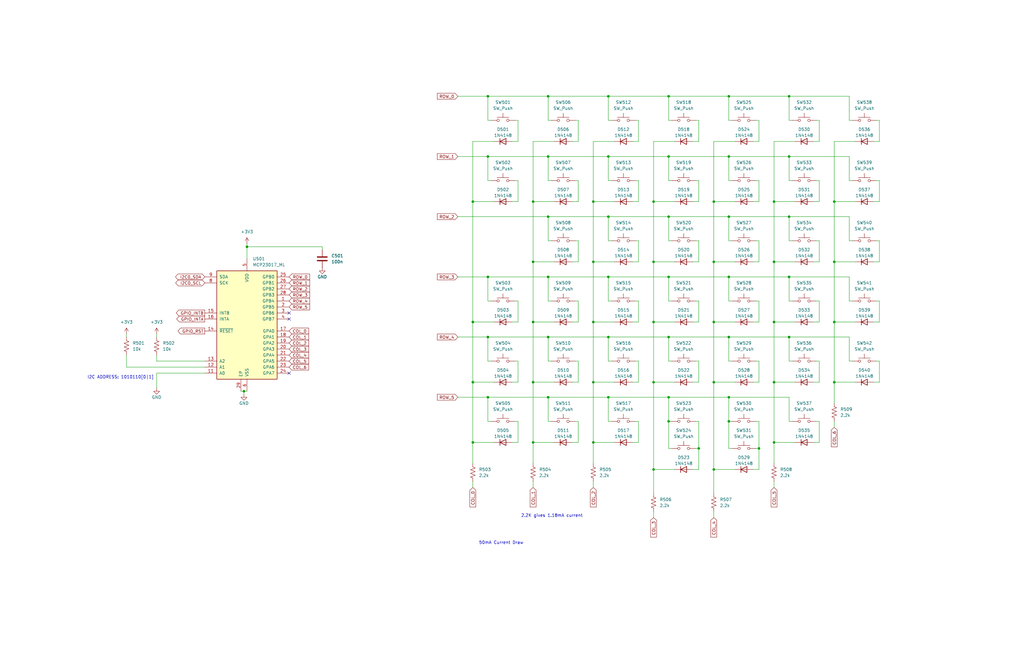
<source format=kicad_sch>
(kicad_sch (version 20230121) (generator eeschema)
  (paper "USLedger")
  (title_block (title "ErgoDUE") (date "2024-01-15") (rev "V0.1") (company "Alessandro Rizzoni") (comment 1 "SCHEMATIC") (comment 2 "DRAFT") (comment 3 "AIR"))
  (lib_symbols
    (symbol "Device:C" (pin_numbers hide) (pin_names (offset 0.254))
      (property "Reference" "C" (at 0.635 2.54 0))
      (property "Value" "C" (at 0.635 -2.54 0))
      (symbol "C_0_1"
        (polyline (pts (xy -2.032 -0.762) (xy 2.032 -0.762)) (stroke (width 0.508)))
        (polyline (pts (xy -2.032 0.762) (xy 2.032 0.762)) (stroke (width 0.508)))
      )
      (symbol "C_1_1"
        (pin passive line (at 0 3.81 270) (length 2.794) (name "~") (number "1"))
        (pin passive line (at 0 -3.81 90) (length 2.794) (name "~") (number "2"))
      )
    )
    (symbol "Device:D" (pin_numbers hide) (pin_names (offset 1.016) hide)
      (property "Reference" "D" (at 0 2.54 0))
      (property "Value" "D" (at 0 -2.54 0))
      (symbol "D_0_1"
        (polyline (pts (xy -1.27 1.27) (xy -1.27 -1.27)) (stroke (width 0.254)))
        (polyline (pts (xy 1.27 0) (xy -1.27 0)))
        (polyline (pts (xy 1.27 1.27) (xy 1.27 -1.27) (xy -1.27 0) (xy 1.27 1.27)) (stroke (width 0.254)))
      )
      (symbol "D_1_1"
        (pin passive line (at -3.81 0 0) (length 2.54) (name "K") (number "1"))
        (pin passive line (at 3.81 0 180) (length 2.54) (name "A") (number "2"))
      )
    )
    (symbol "Device:R_US" (pin_numbers hide) (pin_names (offset 0))
      (property "Reference" "R" (at 2.54 0 90))
      (property "Value" "R_US" (at -2.54 0 90))
      (symbol "R_US_0_1"
        (polyline (pts (xy 0 -2.286) (xy 0 -2.54)))
        (polyline (pts (xy 0 2.286) (xy 0 2.54)))
        (polyline (pts (xy 0 -0.762) (xy 1.016 -1.143) (xy 0 -1.524) (xy -1.016 -1.905) (xy 0 -2.286)))
        (polyline (pts (xy 0 0.762) (xy 1.016 0.381) (xy 0 0) (xy -1.016 -0.381) (xy 0 -0.762)))
        (polyline (pts (xy 0 2.286) (xy 1.016 1.905) (xy 0 1.524) (xy -1.016 1.143) (xy 0 0.762)))
      )
      (symbol "R_US_1_1"
        (pin passive line (at 0 3.81 270) (length 1.27) (name "~") (number "1"))
        (pin passive line (at 0 -3.81 90) (length 1.27) (name "~") (number "2"))
      )
    )
    (symbol "Interface_Expansion:MCP23017_ML" (pin_names (offset 1.016))
      (property "Reference" "U" (at -11.43 24.13 0))
      (property "Value" "MCP23017_ML" (at 0 0 0))
      (symbol "MCP23017_ML_0_1"
        (rectangle (start -12.7 22.86) (end 12.7 -22.86) (stroke (width 0.254)) (fill (type background)))
      )
      (symbol "MCP23017_ML_1_1"
        (pin bidirectional line (at 17.78 10.16 180) (length 5.08) (name "GPB4") (number "1"))
        (pin no_connect line (at -12.7 12.7 0) (length 5.08) hide (name "NC") (number "10"))
        (pin input line (at -17.78 -20.32 0) (length 5.08) (name "A0") (number "11"))
        (pin input line (at -17.78 -17.78 0) (length 5.08) (name "A1") (number "12"))
        (pin input line (at -17.78 -15.24 0) (length 5.08) (name "A2") (number "13"))
        (pin input line (at -17.78 -2.54 0) (length 5.08) (name "~{RESET}") (number "14"))
        (pin tri_state line (at -17.78 5.08 0) (length 5.08) (name "INTB") (number "15"))
        (pin tri_state line (at -17.78 2.54 0) (length 5.08) (name "INTA") (number "16"))
        (pin bidirectional line (at 17.78 -2.54 180) (length 5.08) (name "GPA0") (number "17"))
        (pin bidirectional line (at 17.78 -5.08 180) (length 5.08) (name "GPA1") (number "18"))
        (pin bidirectional line (at 17.78 -7.62 180) (length 5.08) (name "GPA2") (number "19"))
        (pin bidirectional line (at 17.78 7.62 180) (length 5.08) (name "GPB5") (number "2"))
        (pin bidirectional line (at 17.78 -10.16 180) (length 5.08) (name "GPA3") (number "20"))
        (pin bidirectional line (at 17.78 -12.7 180) (length 5.08) (name "GPA4") (number "21"))
        (pin bidirectional line (at 17.78 -15.24 180) (length 5.08) (name "GPA5") (number "22"))
        (pin bidirectional line (at 17.78 -17.78 180) (length 5.08) (name "GPA6") (number "23"))
        (pin bidirectional line (at 17.78 -20.32 180) (length 5.08) (name "GPA7") (number "24"))
        (pin bidirectional line (at 17.78 20.32 180) (length 5.08) (name "GPB0") (number "25"))
        (pin bidirectional line (at 17.78 17.78 180) (length 5.08) (name "GPB1") (number "26"))
        (pin bidirectional line (at 17.78 15.24 180) (length 5.08) (name "GPB2") (number "27"))
        (pin bidirectional line (at 17.78 12.7 180) (length 5.08) (name "GPB3") (number "28"))
        (pin passive line (at -2.54 -27.94 90) (length 5.08) (name "EP") (number "29"))
        (pin bidirectional line (at 17.78 5.08 180) (length 5.08) (name "GPB6") (number "3"))
        (pin bidirectional line (at 17.78 2.54 180) (length 5.08) (name "GPB7") (number "4"))
        (pin power_in line (at 0 27.94 270) (length 5.08) (name "VDD") (number "5"))
        (pin power_in line (at 0 -27.94 90) (length 5.08) (name "VSS") (number "6"))
        (pin no_connect line (at -12.7 15.24 0) (length 5.08) hide (name "NC") (number "7"))
        (pin input line (at -17.78 17.78 0) (length 5.08) (name "SCK") (number "8"))
        (pin bidirectional line (at -17.78 20.32 0) (length 5.08) (name "SDA") (number "9"))
      )
    )
    (symbol "Switch:SW_Push" (pin_numbers hide) (pin_names (offset 1.016) hide)
      (property "Reference" "SW" (at 1.27 2.54 0))
      (property "Value" "SW_Push" (at 0 -1.524 0))
      (symbol "SW_Push_0_1"
        (circle (center -2.032 0) (radius 0.508))
        (polyline (pts (xy 0 1.27) (xy 0 3.048)))
        (polyline (pts (xy 2.54 1.27) (xy -2.54 1.27)))
        (circle (center 2.032 0) (radius 0.508))
        (pin passive line (at -5.08 0 0) (length 2.54) (name "1") (number "1"))
        (pin passive line (at 5.08 0 180) (length 2.54) (name "2") (number "2"))
      )
    )
    (symbol "power:+3V3" (power) (pin_names (offset 0))
      (property "Value" "+3V3" (at 0 3.556 0))
      (symbol "+3V3_0_1"
        (polyline (pts (xy -0.762 1.27) (xy 0 2.54)))
        (polyline (pts (xy 0 0) (xy 0 2.54)))
        (polyline (pts (xy 0 2.54) (xy 0.762 1.27)))
      )
      (symbol "+3V3_1_1"
        (pin power_in line (at 0 0 90) (length 0) hide (name "+3V3") (number "1"))
      )
    )
    (symbol "power:GND" (power) (pin_names (offset 0))
      (property "Value" "GND" (at 0 -3.81 0))
      (symbol "GND_0_1"
        (polyline (pts (xy 0 0) (xy 0 -1.27) (xy 1.27 -1.27) (xy 0 -2.54) (xy -1.27 -1.27) (xy 0 -1.27)))
      )
      (symbol "GND_1_1"
        (pin power_in line (at 0 0 270) (length 0) hide (name "GND") (number "1"))
      )
    )
  )
  (junction (at 326.39 186.69))
  (junction (at 104.14 104.14))
  (junction (at 199.39 135.89))
  (junction (at 205.74 142.24))
  (junction (at 332.74 142.24))
  (junction (at 224.79 135.89))
  (junction (at 231.14 116.84))
  (junction (at 224.79 161.29))
  (junction (at 250.19 110.49))
  (junction (at 281.94 66.04))
  (junction (at 300.99 135.89))
  (junction (at 199.39 186.69))
  (junction (at 205.74 167.64))
  (junction (at 300.99 85.09))
  (junction (at 351.79 85.09))
  (junction (at 332.74 66.04))
  (junction (at 320.04 189.23))
  (junction (at 205.74 116.84))
  (junction (at 307.34 91.44))
  (junction (at 307.34 40.64))
  (junction (at 205.74 66.04))
  (junction (at 326.39 110.49))
  (junction (at 224.79 85.09))
  (junction (at 307.34 177.8))
  (junction (at 224.79 186.69))
  (junction (at 326.39 135.89))
  (junction (at 307.34 66.04))
  (junction (at 275.59 161.29))
  (junction (at 231.14 167.64))
  (junction (at 231.14 91.44))
  (junction (at 199.39 85.09))
  (junction (at 332.74 40.64))
  (junction (at 102.87 165.1))
  (junction (at 281.94 40.64))
  (junction (at 332.74 116.84))
  (junction (at 326.39 161.29))
  (junction (at 307.34 116.84))
  (junction (at 307.34 167.64))
  (junction (at 250.19 161.29))
  (junction (at 281.94 91.44))
  (junction (at 351.79 110.49))
  (junction (at 231.14 142.24))
  (junction (at 256.54 66.04))
  (junction (at 281.94 167.64))
  (junction (at 256.54 167.64))
  (junction (at 281.94 142.24))
  (junction (at 300.99 110.49))
  (junction (at 326.39 85.09))
  (junction (at 281.94 116.84))
  (junction (at 307.34 142.24))
  (junction (at 256.54 40.64))
  (junction (at 351.79 161.29))
  (junction (at 300.99 198.12))
  (junction (at 256.54 116.84))
  (junction (at 300.99 161.29))
  (junction (at 281.94 177.8))
  (junction (at 275.59 110.49))
  (junction (at 332.74 91.44))
  (junction (at 294.64 189.23))
  (junction (at 275.59 198.12))
  (junction (at 224.79 110.49))
  (junction (at 250.19 186.69))
  (junction (at 250.19 135.89))
  (junction (at 205.74 40.64))
  (junction (at 275.59 135.89))
  (junction (at 256.54 91.44))
  (junction (at 275.59 85.09))
  (junction (at 231.14 40.64))
  (junction (at 231.14 66.04))
  (junction (at 256.54 142.24))
  (junction (at 199.39 161.29))
  (junction (at 351.79 135.89))
  (junction (at 250.19 85.09))
  (no_connect (at 121.92 157.48))
  (no_connect (at 121.92 132.08))
  (no_connect (at 121.92 134.62))
  (wire (pts (xy 281.94 76.2) (xy 283.21 76.2)))
  (wire (pts (xy 199.39 203.2) (xy 199.39 205.74)))
  (wire (pts (xy 369.57 76.2) (xy 370.84 76.2)))
  (wire (pts (xy 205.74 177.8) (xy 207.01 177.8)))
  (wire (pts (xy 345.44 76.2) (xy 345.44 85.09)))
  (wire (pts (xy 326.39 186.69) (xy 335.28 186.69)))
  (wire (pts (xy 199.39 59.69) (xy 208.28 59.69)))
  (wire (pts (xy 326.39 59.69) (xy 335.28 59.69)))
  (wire (pts (xy 267.97 76.2) (xy 269.24 76.2)))
  (wire (pts (xy 358.14 101.6) (xy 359.41 101.6)))
  (wire (pts (xy 332.74 101.6) (xy 334.01 101.6)))
  (wire (pts (xy 224.79 135.89) (xy 224.79 161.29)))
  (wire (pts (xy 351.79 59.69) (xy 351.79 85.09)))
  (wire (pts (xy 224.79 186.69) (xy 224.79 195.58)))
  (wire (pts (xy 307.34 50.8) (xy 308.61 50.8)))
  (wire (pts (xy 351.79 59.69) (xy 360.68 59.69)))
  (wire (pts (xy 318.77 152.4) (xy 320.04 152.4)))
  (wire (pts (xy 243.84 135.89) (xy 241.3 135.89)))
  (wire (pts (xy 231.14 167.64) (xy 256.54 167.64)))
  (wire (pts (xy 275.59 85.09) (xy 284.48 85.09)))
  (wire (pts (xy 205.74 167.64) (xy 231.14 167.64)))
  (wire (pts (xy 53.34 149.86) (xy 53.34 154.94)))
  (wire (pts (xy 269.24 152.4) (xy 269.24 161.29)))
  (wire (pts (xy 256.54 177.8) (xy 257.81 177.8)))
  (wire (pts (xy 344.17 177.8) (xy 345.44 177.8)))
  (wire (pts (xy 300.99 198.12) (xy 300.99 208.28)))
  (wire (pts (xy 358.14 50.8) (xy 359.41 50.8)))
  (wire (pts (xy 199.39 85.09) (xy 199.39 135.89)))
  (wire (pts (xy 275.59 215.9) (xy 275.59 218.44)))
  (wire (pts (xy 370.84 50.8) (xy 370.84 59.69)))
  (wire (pts (xy 86.36 157.48) (xy 66.04 157.48)))
  (wire (pts (xy 231.14 66.04) (xy 231.14 76.2)))
  (wire (pts (xy 351.79 177.8) (xy 351.79 180.34)))
  (wire (pts (xy 307.34 40.64) (xy 307.34 50.8)))
  (wire (pts (xy 242.57 177.8) (xy 243.84 177.8)))
  (wire (pts (xy 358.14 66.04) (xy 358.14 76.2)))
  (wire (pts (xy 294.64 152.4) (xy 294.64 161.29)))
  (wire (pts (xy 294.64 189.23) (xy 294.64 198.12)))
  (wire (pts (xy 275.59 85.09) (xy 275.59 110.49)))
  (wire (pts (xy 275.59 161.29) (xy 284.48 161.29)))
  (wire (pts (xy 332.74 167.64) (xy 332.74 177.8)))
  (wire (pts (xy 344.17 101.6) (xy 345.44 101.6)))
  (wire (pts (xy 224.79 110.49) (xy 224.79 135.89)))
  (wire (pts (xy 102.87 165.1) (xy 104.14 165.1)))
  (wire (pts (xy 318.77 127) (xy 320.04 127)))
  (wire (pts (xy 250.19 135.89) (xy 259.08 135.89)))
  (wire (pts (xy 267.97 177.8) (xy 269.24 177.8)))
  (wire (pts (xy 300.99 161.29) (xy 300.99 198.12)))
  (wire (pts (xy 102.87 165.1) (xy 101.6 165.1)))
  (wire (pts (xy 294.64 161.29) (xy 292.1 161.29)))
  (wire (pts (xy 224.79 110.49) (xy 233.68 110.49)))
  (wire (pts (xy 199.39 135.89) (xy 199.39 161.29)))
  (wire (pts (xy 217.17 177.8) (xy 218.44 177.8)))
  (wire (pts (xy 370.84 127) (xy 370.84 135.89)))
  (wire (pts (xy 300.99 198.12) (xy 309.88 198.12)))
  (wire (pts (xy 256.54 91.44) (xy 256.54 101.6)))
  (wire (pts (xy 358.14 127) (xy 359.41 127)))
  (wire (pts (xy 326.39 85.09) (xy 326.39 110.49)))
  (wire (pts (xy 218.44 161.29) (xy 215.9 161.29)))
  (wire (pts (xy 256.54 101.6) (xy 257.81 101.6)))
  (wire (pts (xy 326.39 186.69) (xy 326.39 195.58)))
  (wire (pts (xy 358.14 152.4) (xy 359.41 152.4)))
  (wire (pts (xy 250.19 161.29) (xy 250.19 186.69)))
  (wire (pts (xy 370.84 76.2) (xy 370.84 85.09)))
  (wire (pts (xy 231.14 40.64) (xy 256.54 40.64)))
  (wire (pts (xy 293.37 189.23) (xy 294.64 189.23)))
  (wire (pts (xy 281.94 40.64) (xy 307.34 40.64)))
  (wire (pts (xy 358.14 116.84) (xy 358.14 127)))
  (wire (pts (xy 307.34 167.64) (xy 307.34 177.8)))
  (wire (pts (xy 269.24 177.8) (xy 269.24 186.69)))
  (wire (pts (xy 320.04 161.29) (xy 317.5 161.29)))
  (wire (pts (xy 351.79 161.29) (xy 351.79 170.18)))
  (wire (pts (xy 281.94 91.44) (xy 281.94 101.6)))
  (wire (pts (xy 275.59 198.12) (xy 284.48 198.12)))
  (wire (pts (xy 370.84 161.29) (xy 368.3 161.29)))
  (wire (pts (xy 345.44 50.8) (xy 345.44 59.69)))
  (wire (pts (xy 332.74 50.8) (xy 334.01 50.8)))
  (wire (pts (xy 300.99 59.69) (xy 309.88 59.69)))
  (wire (pts (xy 231.14 101.6) (xy 232.41 101.6)))
  (wire (pts (xy 275.59 110.49) (xy 275.59 135.89)))
  (wire (pts (xy 224.79 203.2) (xy 224.79 205.74)))
  (wire (pts (xy 332.74 142.24) (xy 332.74 152.4)))
  (wire (pts (xy 320.04 135.89) (xy 317.5 135.89)))
  (wire (pts (xy 193.04 66.04) (xy 205.74 66.04)))
  (wire (pts (xy 86.36 154.94) (xy 53.34 154.94)))
  (wire (pts (xy 275.59 59.69) (xy 284.48 59.69)))
  (wire (pts (xy 256.54 116.84) (xy 281.94 116.84)))
  (wire (pts (xy 320.04 76.2) (xy 320.04 85.09)))
  (wire (pts (xy 281.94 167.64) (xy 307.34 167.64)))
  (wire (pts (xy 307.34 76.2) (xy 308.61 76.2)))
  (wire (pts (xy 205.74 142.24) (xy 231.14 142.24)))
  (wire (pts (xy 294.64 110.49) (xy 292.1 110.49)))
  (wire (pts (xy 275.59 135.89) (xy 275.59 161.29)))
  (wire (pts (xy 135.89 104.14) (xy 135.89 105.41)))
  (wire (pts (xy 332.74 40.64) (xy 332.74 50.8)))
  (wire (pts (xy 205.74 50.8) (xy 207.01 50.8)))
  (wire (pts (xy 370.84 59.69) (xy 368.3 59.69)))
  (wire (pts (xy 358.14 40.64) (xy 358.14 50.8)))
  (wire (pts (xy 281.94 142.24) (xy 281.94 152.4)))
  (wire (pts (xy 275.59 161.29) (xy 275.59 198.12)))
  (wire (pts (xy 250.19 161.29) (xy 259.08 161.29)))
  (wire (pts (xy 269.24 110.49) (xy 266.7 110.49)))
  (wire (pts (xy 199.39 186.69) (xy 199.39 195.58)))
  (wire (pts (xy 256.54 40.64) (xy 281.94 40.64)))
  (wire (pts (xy 351.79 110.49) (xy 360.68 110.49)))
  (wire (pts (xy 250.19 186.69) (xy 259.08 186.69)))
  (wire (pts (xy 293.37 177.8) (xy 294.64 177.8)))
  (wire (pts (xy 269.24 186.69) (xy 266.7 186.69)))
  (wire (pts (xy 269.24 76.2) (xy 269.24 85.09)))
  (wire (pts (xy 250.19 110.49) (xy 250.19 135.89)))
  (wire (pts (xy 332.74 127) (xy 334.01 127)))
  (wire (pts (xy 370.84 152.4) (xy 370.84 161.29)))
  (wire (pts (xy 307.34 91.44) (xy 307.34 101.6)))
  (wire (pts (xy 307.34 127) (xy 308.61 127)))
  (wire (pts (xy 318.77 50.8) (xy 320.04 50.8)))
  (wire (pts (xy 218.44 152.4) (xy 218.44 161.29)))
  (wire (pts (xy 231.14 116.84) (xy 231.14 127)))
  (wire (pts (xy 281.94 40.64) (xy 281.94 50.8)))
  (wire (pts (xy 243.84 110.49) (xy 241.3 110.49)))
  (wire (pts (xy 256.54 152.4) (xy 257.81 152.4)))
  (wire (pts (xy 344.17 127) (xy 345.44 127)))
  (wire (pts (xy 231.14 91.44) (xy 256.54 91.44)))
  (wire (pts (xy 224.79 161.29) (xy 233.68 161.29)))
  (wire (pts (xy 199.39 135.89) (xy 208.28 135.89)))
  (wire (pts (xy 300.99 135.89) (xy 300.99 161.29)))
  (wire (pts (xy 345.44 177.8) (xy 345.44 186.69)))
  (wire (pts (xy 243.84 50.8) (xy 243.84 59.69)))
  (wire (pts (xy 307.34 152.4) (xy 308.61 152.4)))
  (wire (pts (xy 281.94 189.23) (xy 283.21 189.23)))
  (wire (pts (xy 193.04 91.44) (xy 231.14 91.44)))
  (wire (pts (xy 351.79 85.09) (xy 360.68 85.09)))
  (wire (pts (xy 320.04 177.8) (xy 320.04 189.23)))
  (wire (pts (xy 242.57 101.6) (xy 243.84 101.6)))
  (wire (pts (xy 307.34 142.24) (xy 307.34 152.4)))
  (wire (pts (xy 218.44 135.89) (xy 215.9 135.89)))
  (wire (pts (xy 218.44 59.69) (xy 215.9 59.69)))
  (wire (pts (xy 256.54 66.04) (xy 281.94 66.04)))
  (wire (pts (xy 256.54 66.04) (xy 256.54 76.2)))
  (wire (pts (xy 267.97 152.4) (xy 269.24 152.4)))
  (wire (pts (xy 218.44 50.8) (xy 218.44 59.69)))
  (wire (pts (xy 250.19 135.89) (xy 250.19 161.29)))
  (wire (pts (xy 281.94 66.04) (xy 307.34 66.04)))
  (wire (pts (xy 345.44 101.6) (xy 345.44 110.49)))
  (wire (pts (xy 307.34 40.64) (xy 332.74 40.64)))
  (wire (pts (xy 370.84 85.09) (xy 368.3 85.09)))
  (wire (pts (xy 231.14 50.8) (xy 232.41 50.8)))
  (wire (pts (xy 250.19 203.2) (xy 250.19 205.74)))
  (wire (pts (xy 267.97 101.6) (xy 269.24 101.6)))
  (wire (pts (xy 320.04 110.49) (xy 317.5 110.49)))
  (wire (pts (xy 345.44 85.09) (xy 342.9 85.09)))
  (wire (pts (xy 231.14 40.64) (xy 231.14 50.8)))
  (wire (pts (xy 218.44 186.69) (xy 215.9 186.69)))
  (wire (pts (xy 205.74 127) (xy 207.01 127)))
  (wire (pts (xy 199.39 161.29) (xy 199.39 186.69)))
  (wire (pts (xy 250.19 59.69) (xy 250.19 85.09)))
  (wire (pts (xy 269.24 127) (xy 269.24 135.89)))
  (wire (pts (xy 256.54 142.24) (xy 256.54 152.4)))
  (wire (pts (xy 358.14 91.44) (xy 358.14 101.6)))
  (wire (pts (xy 205.74 142.24) (xy 205.74 152.4)))
  (wire (pts (xy 102.87 166.37) (xy 102.87 165.1)))
  (wire (pts (xy 104.14 104.14) (xy 135.89 104.14)))
  (wire (pts (xy 307.34 91.44) (xy 332.74 91.44)))
  (wire (pts (xy 293.37 127) (xy 294.64 127)))
  (wire (pts (xy 320.04 59.69) (xy 317.5 59.69)))
  (wire (pts (xy 318.77 76.2) (xy 320.04 76.2)))
  (wire (pts (xy 281.94 91.44) (xy 307.34 91.44)))
  (wire (pts (xy 351.79 161.29) (xy 360.68 161.29)))
  (wire (pts (xy 318.77 189.23) (xy 320.04 189.23)))
  (wire (pts (xy 307.34 116.84) (xy 307.34 127)))
  (wire (pts (xy 307.34 66.04) (xy 307.34 76.2)))
  (wire (pts (xy 320.04 101.6) (xy 320.04 110.49)))
  (wire (pts (xy 370.84 101.6) (xy 370.84 110.49)))
  (wire (pts (xy 345.44 152.4) (xy 345.44 161.29)))
  (wire (pts (xy 242.57 127) (xy 243.84 127)))
  (wire (pts (xy 256.54 167.64) (xy 281.94 167.64)))
  (wire (pts (xy 294.64 101.6) (xy 294.64 110.49)))
  (wire (pts (xy 231.14 66.04) (xy 256.54 66.04)))
  (wire (pts (xy 345.44 186.69) (xy 342.9 186.69)))
  (wire (pts (xy 294.64 177.8) (xy 294.64 189.23)))
  (wire (pts (xy 281.94 177.8) (xy 281.94 189.23)))
  (wire (pts (xy 281.94 142.24) (xy 307.34 142.24)))
  (wire (pts (xy 217.17 127) (xy 218.44 127)))
  (wire (pts (xy 275.59 135.89) (xy 284.48 135.89)))
  (wire (pts (xy 86.36 152.4) (xy 66.04 152.4)))
  (wire (pts (xy 294.64 85.09) (xy 292.1 85.09)))
  (wire (pts (xy 269.24 59.69) (xy 266.7 59.69)))
  (wire (pts (xy 300.99 110.49) (xy 300.99 135.89)))
  (wire (pts (xy 256.54 127) (xy 257.81 127)))
  (wire (pts (xy 218.44 127) (xy 218.44 135.89)))
  (wire (pts (xy 345.44 127) (xy 345.44 135.89)))
  (wire (pts (xy 231.14 152.4) (xy 232.41 152.4)))
  (wire (pts (xy 332.74 116.84) (xy 358.14 116.84)))
  (wire (pts (xy 326.39 135.89) (xy 326.39 161.29)))
  (wire (pts (xy 358.14 142.24) (xy 358.14 152.4)))
  (wire (pts (xy 104.14 104.14) (xy 104.14 109.22)))
  (wire (pts (xy 205.74 76.2) (xy 207.01 76.2)))
  (wire (pts (xy 205.74 40.64) (xy 205.74 50.8)))
  (wire (pts (xy 199.39 85.09) (xy 208.28 85.09)))
  (wire (pts (xy 218.44 76.2) (xy 218.44 85.09)))
  (wire (pts (xy 326.39 135.89) (xy 335.28 135.89)))
  (wire (pts (xy 293.37 101.6) (xy 294.64 101.6)))
  (wire (pts (xy 199.39 161.29) (xy 208.28 161.29)))
  (wire (pts (xy 250.19 186.69) (xy 250.19 195.58)))
  (wire (pts (xy 344.17 152.4) (xy 345.44 152.4)))
  (wire (pts (xy 269.24 85.09) (xy 266.7 85.09)))
  (wire (pts (xy 205.74 116.84) (xy 231.14 116.84)))
  (wire (pts (xy 332.74 40.64) (xy 358.14 40.64)))
  (wire (pts (xy 267.97 127) (xy 269.24 127)))
  (wire (pts (xy 320.04 127) (xy 320.04 135.89)))
  (wire (pts (xy 224.79 85.09) (xy 224.79 110.49)))
  (wire (pts (xy 344.17 50.8) (xy 345.44 50.8)))
  (wire (pts (xy 243.84 177.8) (xy 243.84 186.69)))
  (wire (pts (xy 218.44 177.8) (xy 218.44 186.69)))
  (wire (pts (xy 250.19 85.09) (xy 259.08 85.09)))
  (wire (pts (xy 275.59 59.69) (xy 275.59 85.09)))
  (wire (pts (xy 370.84 110.49) (xy 368.3 110.49)))
  (wire (pts (xy 281.94 50.8) (xy 283.21 50.8)))
  (wire (pts (xy 269.24 50.8) (xy 269.24 59.69)))
  (wire (pts (xy 231.14 76.2) (xy 232.41 76.2)))
  (wire (pts (xy 307.34 189.23) (xy 308.61 189.23)))
  (wire (pts (xy 345.44 161.29) (xy 342.9 161.29)))
  (wire (pts (xy 351.79 85.09) (xy 351.79 110.49)))
  (wire (pts (xy 326.39 161.29) (xy 335.28 161.29)))
  (wire (pts (xy 275.59 110.49) (xy 284.48 110.49)))
  (wire (pts (xy 256.54 167.64) (xy 256.54 177.8)))
  (wire (pts (xy 326.39 110.49) (xy 326.39 135.89)))
  (wire (pts (xy 231.14 177.8) (xy 232.41 177.8)))
  (wire (pts (xy 193.04 40.64) (xy 205.74 40.64)))
  (wire (pts (xy 224.79 161.29) (xy 224.79 186.69)))
  (wire (pts (xy 307.34 66.04) (xy 332.74 66.04)))
  (wire (pts (xy 307.34 167.64) (xy 332.74 167.64)))
  (wire (pts (xy 243.84 59.69) (xy 241.3 59.69)))
  (wire (pts (xy 281.94 177.8) (xy 283.21 177.8)))
  (wire (pts (xy 231.14 91.44) (xy 231.14 101.6)))
  (wire (pts (xy 351.79 110.49) (xy 351.79 135.89)))
  (wire (pts (xy 300.99 215.9) (xy 300.99 218.44)))
  (wire (pts (xy 281.94 101.6) (xy 283.21 101.6)))
  (wire (pts (xy 345.44 59.69) (xy 342.9 59.69)))
  (wire (pts (xy 281.94 116.84) (xy 307.34 116.84)))
  (wire (pts (xy 256.54 142.24) (xy 281.94 142.24)))
  (wire (pts (xy 345.44 110.49) (xy 342.9 110.49)))
  (wire (pts (xy 243.84 85.09) (xy 241.3 85.09)))
  (wire (pts (xy 205.74 116.84) (xy 205.74 127)))
  (wire (pts (xy 256.54 50.8) (xy 257.81 50.8)))
  (wire (pts (xy 300.99 85.09) (xy 309.88 85.09)))
  (wire (pts (xy 217.17 50.8) (xy 218.44 50.8)))
  (wire (pts (xy 332.74 152.4) (xy 334.01 152.4)))
  (wire (pts (xy 269.24 161.29) (xy 266.7 161.29)))
  (wire (pts (xy 104.14 102.87) (xy 104.14 104.14)))
  (wire (pts (xy 294.64 76.2) (xy 294.64 85.09)))
  (wire (pts (xy 256.54 116.84) (xy 256.54 127)))
  (wire (pts (xy 243.84 76.2) (xy 243.84 85.09)))
  (wire (pts (xy 332.74 142.24) (xy 358.14 142.24)))
  (wire (pts (xy 267.97 50.8) (xy 269.24 50.8)))
  (wire (pts (xy 256.54 40.64) (xy 256.54 50.8)))
  (wire (pts (xy 332.74 91.44) (xy 358.14 91.44)))
  (wire (pts (xy 300.99 161.29) (xy 309.88 161.29)))
  (wire (pts (xy 281.94 152.4) (xy 283.21 152.4)))
  (wire (pts (xy 294.64 50.8) (xy 294.64 59.69)))
  (wire (pts (xy 242.57 50.8) (xy 243.84 50.8)))
  (wire (pts (xy 332.74 66.04) (xy 358.14 66.04)))
  (wire (pts (xy 224.79 59.69) (xy 224.79 85.09)))
  (wire (pts (xy 66.04 149.86) (xy 66.04 152.4)))
  (wire (pts (xy 193.04 167.64) (xy 205.74 167.64)))
  (wire (pts (xy 332.74 76.2) (xy 334.01 76.2)))
  (wire (pts (xy 250.19 110.49) (xy 259.08 110.49)))
  (wire (pts (xy 294.64 135.89) (xy 292.1 135.89)))
  (wire (pts (xy 66.04 157.48) (xy 66.04 163.83)))
  (wire (pts (xy 275.59 198.12) (xy 275.59 208.28)))
  (wire (pts (xy 344.17 76.2) (xy 345.44 76.2)))
  (wire (pts (xy 320.04 198.12) (xy 317.5 198.12)))
  (wire (pts (xy 358.14 76.2) (xy 359.41 76.2)))
  (wire (pts (xy 326.39 85.09) (xy 335.28 85.09)))
  (wire (pts (xy 243.84 161.29) (xy 241.3 161.29)))
  (wire (pts (xy 326.39 110.49) (xy 335.28 110.49)))
  (wire (pts (xy 320.04 177.8) (xy 318.77 177.8)))
  (wire (pts (xy 370.84 135.89) (xy 368.3 135.89)))
  (wire (pts (xy 269.24 101.6) (xy 269.24 110.49)))
  (wire (pts (xy 326.39 203.2) (xy 326.39 205.74)))
  (wire (pts (xy 369.57 152.4) (xy 370.84 152.4)))
  (wire (pts (xy 300.99 59.69) (xy 300.99 85.09)))
  (wire (pts (xy 243.84 127) (xy 243.84 135.89)))
  (wire (pts (xy 224.79 135.89) (xy 233.68 135.89)))
  (wire (pts (xy 320.04 189.23) (xy 320.04 198.12)))
  (wire (pts (xy 281.94 167.64) (xy 281.94 177.8)))
  (wire (pts (xy 231.14 142.24) (xy 256.54 142.24)))
  (wire (pts (xy 293.37 50.8) (xy 294.64 50.8)))
  (wire (pts (xy 250.19 59.69) (xy 259.08 59.69)))
  (wire (pts (xy 256.54 76.2) (xy 257.81 76.2)))
  (wire (pts (xy 300.99 85.09) (xy 300.99 110.49)))
  (wire (pts (xy 320.04 152.4) (xy 320.04 161.29)))
  (wire (pts (xy 326.39 59.69) (xy 326.39 85.09)))
  (wire (pts (xy 231.14 142.24) (xy 231.14 152.4)))
  (wire (pts (xy 205.74 152.4) (xy 207.01 152.4)))
  (wire (pts (xy 326.39 161.29) (xy 326.39 186.69)))
  (wire (pts (xy 318.77 101.6) (xy 320.04 101.6)))
  (wire (pts (xy 294.64 59.69) (xy 292.1 59.69)))
  (wire (pts (xy 224.79 59.69) (xy 233.68 59.69)))
  (wire (pts (xy 217.17 76.2) (xy 218.44 76.2)))
  (wire (pts (xy 231.14 116.84) (xy 256.54 116.84)))
  (wire (pts (xy 193.04 116.84) (xy 205.74 116.84)))
  (wire (pts (xy 205.74 167.64) (xy 205.74 177.8)))
  (wire (pts (xy 307.34 142.24) (xy 332.74 142.24)))
  (wire (pts (xy 320.04 50.8) (xy 320.04 59.69)))
  (wire (pts (xy 242.57 152.4) (xy 243.84 152.4)))
  (wire (pts (xy 307.34 177.8) (xy 308.61 177.8)))
  (wire (pts (xy 294.64 198.12) (xy 292.1 198.12)))
  (wire (pts (xy 256.54 91.44) (xy 281.94 91.44)))
  (wire (pts (xy 369.57 50.8) (xy 370.84 50.8)))
  (wire (pts (xy 243.84 101.6) (xy 243.84 110.49)))
  (wire (pts (xy 243.84 186.69) (xy 241.3 186.69)))
  (wire (pts (xy 332.74 91.44) (xy 332.74 101.6)))
  (wire (pts (xy 307.34 177.8) (xy 307.34 189.23)))
  (wire (pts (xy 205.74 40.64) (xy 231.14 40.64)))
  (wire (pts (xy 205.74 66.04) (xy 231.14 66.04)))
  (wire (pts (xy 281.94 116.84) (xy 281.94 127)))
  (wire (pts (xy 307.34 101.6) (xy 308.61 101.6)))
  (wire (pts (xy 250.19 85.09) (xy 250.19 110.49)))
  (wire (pts (xy 332.74 116.84) (xy 332.74 127)))
  (wire (pts (xy 294.64 127) (xy 294.64 135.89)))
  (wire (pts (xy 193.04 142.24) (xy 205.74 142.24)))
  (wire (pts (xy 218.44 85.09) (xy 215.9 85.09)))
  (wire (pts (xy 300.99 110.49) (xy 309.88 110.49)))
  (wire (pts (xy 66.04 140.97) (xy 66.04 142.24)))
  (wire (pts (xy 242.57 76.2) (xy 243.84 76.2)))
  (wire (pts (xy 293.37 152.4) (xy 294.64 152.4)))
  (wire (pts (xy 332.74 66.04) (xy 332.74 76.2)))
  (wire (pts (xy 231.14 167.64) (xy 231.14 177.8)))
  (wire (pts (xy 199.39 186.69) (xy 208.28 186.69)))
  (wire (pts (xy 369.57 127) (xy 370.84 127)))
  (wire (pts (xy 345.44 135.89) (xy 342.9 135.89)))
  (wire (pts (xy 231.14 127) (xy 232.41 127)))
  (wire (pts (xy 332.74 177.8) (xy 334.01 177.8)))
  (wire (pts (xy 320.04 85.09) (xy 317.5 85.09)))
  (wire (pts (xy 293.37 76.2) (xy 294.64 76.2)))
  (wire (pts (xy 53.34 140.97) (xy 53.34 142.24)))
  (wire (pts (xy 307.34 116.84) (xy 332.74 116.84)))
  (wire (pts (xy 351.79 135.89) (xy 351.79 161.29)))
  (wire (pts (xy 351.79 135.89) (xy 360.68 135.89)))
  (wire (pts (xy 217.17 152.4) (xy 218.44 152.4)))
  (wire (pts (xy 224.79 186.69) (xy 233.68 186.69)))
  (wire (pts (xy 199.39 59.69) (xy 199.39 85.09)))
  (wire (pts (xy 243.84 152.4) (xy 243.84 161.29)))
  (wire (pts (xy 269.24 135.89) (xy 266.7 135.89)))
  (wire (pts (xy 281.94 127) (xy 283.21 127)))
  (wire (pts (xy 281.94 66.04) (xy 281.94 76.2)))
  (wire (pts (xy 205.74 66.04) (xy 205.74 76.2)))
  (wire (pts (xy 369.57 101.6) (xy 370.84 101.6)))
  (wire (pts (xy 224.79 85.09) (xy 233.68 85.09)))
  (wire (pts (xy 300.99 135.89) (xy 309.88 135.89)))
  (text "50mA Current Draw" (at 201.93 229.87 0) (effects (font (size 1.27 1.27)) (justify left bottom)))
  (text "I2C ADDRESS: 1010110[0|1]" (at 36.83 160.02 0) (effects (font (size 1.27 1.27)) (justify left bottom)))
  (text "2.2K gives 1.18mA current" (at 219.71 218.44 0) (effects (font (size 1.27 1.27)) (justify left bottom)))
  (global_label "COL_3" (shape input) (at 275.59 218.44 270) (property "Intersheetrefs" "${INTERSHEET_REFS}" (effects hide)))
  (global_label "ROW_3" (shape input) (at 121.92 124.46 0) (property "Intersheetrefs" "${INTERSHEET_REFS}" (effects hide)))
  (global_label "ROW_4" (shape input) (at 121.92 127 0) (property "Intersheetrefs" "${INTERSHEET_REFS}" (effects hide)))
  (global_label "COL_1" (shape input) (at 224.79 205.74 270) (property "Intersheetrefs" "${INTERSHEET_REFS}" (effects hide)))
  (global_label "COL_4" (shape input) (at 300.99 218.44 270) (property "Intersheetrefs" "${INTERSHEET_REFS}" (effects hide)))
  (global_label "COL_2" (shape input) (at 250.19 205.74 270) (property "Intersheetrefs" "${INTERSHEET_REFS}" (effects hide)))
  (global_label "GPIO_INTA" (shape output) (at 86.36 134.62 180) (property "Intersheetrefs" "${INTERSHEET_REFS}" (effects hide)))
  (global_label "ROW_2" (shape input) (at 193.04 91.44 180) (property "Intersheetrefs" "${INTERSHEET_REFS}" (effects hide)))
  (global_label "ROW_5" (shape input) (at 193.04 167.64 180) (property "Intersheetrefs" "${INTERSHEET_REFS}" (effects hide)))
  (global_label "COL_6" (shape input) (at 121.92 154.94 0) (property "Intersheetrefs" "${INTERSHEET_REFS}" (effects hide)))
  (global_label "COL_2" (shape input) (at 121.92 144.78 0) (property "Intersheetrefs" "${INTERSHEET_REFS}" (effects hide)))
  (global_label "COL_0" (shape input) (at 121.92 139.7 0) (property "Intersheetrefs" "${INTERSHEET_REFS}" (effects hide)))
  (global_label "ROW_0" (shape input) (at 193.04 40.64 180) (property "Intersheetrefs" "${INTERSHEET_REFS}" (effects hide)))
  (global_label "ROW_3" (shape input) (at 193.04 116.84 180) (property "Intersheetrefs" "${INTERSHEET_REFS}" (effects hide)))
  (global_label "COL_5" (shape input) (at 121.92 152.4 0) (property "Intersheetrefs" "${INTERSHEET_REFS}" (effects hide)))
  (global_label "COL_0" (shape input) (at 199.39 205.74 270) (property "Intersheetrefs" "${INTERSHEET_REFS}" (effects hide)))
  (global_label "GPIO_RST" (shape output) (at 86.36 139.7 180) (property "Intersheetrefs" "${INTERSHEET_REFS}" (effects hide)))
  (global_label "COL_5" (shape input) (at 326.39 205.74 270) (property "Intersheetrefs" "${INTERSHEET_REFS}" (effects hide)))
  (global_label "ROW_2" (shape input) (at 121.92 121.92 0) (property "Intersheetrefs" "${INTERSHEET_REFS}" (effects hide)))
  (global_label "ROW_0" (shape input) (at 121.92 116.84 0) (property "Intersheetrefs" "${INTERSHEET_REFS}" (effects hide)))
  (global_label "ROW_1" (shape input) (at 121.92 119.38 0) (property "Intersheetrefs" "${INTERSHEET_REFS}" (effects hide)))
  (global_label "I2C0_SDA" (shape bidirectional) (at 86.36 116.84 180) (property "Intersheetrefs" "${INTERSHEET_REFS}" (effects hide)))
  (global_label "COL_6" (shape input) (at 351.79 180.34 270) (property "Intersheetrefs" "${INTERSHEET_REFS}" (effects hide)))
  (global_label "COL_4" (shape input) (at 121.92 149.86 0) (property "Intersheetrefs" "${INTERSHEET_REFS}" (effects hide)))
  (global_label "COL_1" (shape input) (at 121.92 142.24 0) (property "Intersheetrefs" "${INTERSHEET_REFS}" (effects hide)))
  (global_label "ROW_4" (shape input) (at 193.04 142.24 180) (property "Intersheetrefs" "${INTERSHEET_REFS}" (effects hide)))
  (global_label "GPIO_INTB" (shape output) (at 86.36 132.08 180) (property "Intersheetrefs" "${INTERSHEET_REFS}" (effects hide)))
  (global_label "ROW_1" (shape input) (at 193.04 66.04 180) (property "Intersheetrefs" "${INTERSHEET_REFS}" (effects hide)))
  (global_label "COL_3" (shape input) (at 121.92 147.32 0) (property "Intersheetrefs" "${INTERSHEET_REFS}" (effects hide)))
  (global_label "I2C0_SCL" (shape bidirectional) (at 86.36 119.38 180) (property "Intersheetrefs" "${INTERSHEET_REFS}" (effects hide)))
  (global_label "ROW_5" (shape input) (at 121.92 129.54 0) (property "Intersheetrefs" "${INTERSHEET_REFS}" (effects hide)))
  (symbol (lib_id "power:+3V3") (at 53.34 140.97 0) (unit 1)
    (property "Reference" "#PWR0501" (effects hide))
    (property "Value" "+3V3" (at 53.34 135.89 0))
  )
  (symbol (lib_id "Device:D") (at 339.09 161.29 0) (unit 1)
    (property "Reference" "D534" (at 339.09 156.21 0))
    (property "Value" "1N4148" (at 339.09 158.75 0))
    (property "Sim.Device" "D" (effects hide))
    (property "Sim.Pins" "1=K 2=A" (effects hide))
  )
  (symbol (lib_id "Switch:SW_Push") (at 364.49 152.4 0) (unit 1)
    (property "Reference" "SW542" (at 364.49 144.78 0))
    (property "Value" "SW_Push" (at 364.49 147.32 0))
  )
  (symbol (lib_id "Switch:SW_Push") (at 237.49 50.8 0) (unit 1)
    (property "Reference" "SW506" (at 237.49 43.18 0))
    (property "Value" "SW_Push" (at 237.49 45.72 0))
  )
  (symbol (lib_id "Device:R_US") (at 351.79 173.99 180) (unit 1)
    (property "Reference" "R509" (at 354.33 172.72 0) (effects (justify right)))
    (property "Value" "2.2k" (at 354.33 175.26 0) (effects (justify right)))
  )
  (symbol (lib_id "Device:D") (at 313.69 110.49 0) (unit 1)
    (property "Reference" "D526" (at 313.69 105.41 0))
    (property "Value" "1N4148" (at 313.69 107.95 0))
    (property "Sim.Device" "D" (effects hide))
    (property "Sim.Pins" "1=K 2=A" (effects hide))
  )
  (symbol (lib_id "Device:D") (at 262.89 135.89 0) (unit 1)
    (property "Reference" "D515" (at 262.89 130.81 0))
    (property "Value" "1N4148" (at 262.89 133.35 0))
    (property "Sim.Device" "D" (effects hide))
    (property "Sim.Pins" "1=K 2=A" (effects hide))
  )
  (symbol (lib_id "Device:R_US") (at 66.04 146.05 0) (unit 1)
    (property "Reference" "R502" (at 68.58 144.78 0) (effects (justify left)))
    (property "Value" "10k" (at 68.58 147.32 0) (effects (justify left)))
  )
  (symbol (lib_id "Device:D") (at 262.89 85.09 0) (unit 1)
    (property "Reference" "D513" (at 262.89 80.01 0))
    (property "Value" "1N4148" (at 262.89 82.55 0))
    (property "Sim.Device" "D" (effects hide))
    (property "Sim.Pins" "1=K 2=A" (effects hide))
  )
  (symbol (lib_id "Switch:SW_Push") (at 212.09 76.2 0) (unit 1)
    (property "Reference" "SW502" (at 212.09 68.58 0))
    (property "Value" "SW_Push" (at 212.09 71.12 0))
  )
  (symbol (lib_id "Switch:SW_Push") (at 212.09 127 0) (unit 1)
    (property "Reference" "SW503" (at 212.09 119.38 0))
    (property "Value" "SW_Push" (at 212.09 121.92 0))
  )
  (symbol (lib_id "Device:D") (at 237.49 59.69 0) (unit 1)
    (property "Reference" "D506" (at 237.49 54.61 0))
    (property "Value" "1N4148" (at 237.49 57.15 0))
    (property "Sim.Device" "D" (effects hide))
    (property "Sim.Pins" "1=K 2=A" (effects hide))
  )
  (symbol (lib_id "Device:D") (at 313.69 135.89 0) (unit 1)
    (property "Reference" "D527" (at 313.69 130.81 0))
    (property "Value" "1N4148" (at 313.69 133.35 0))
    (property "Sim.Device" "D" (effects hide))
    (property "Sim.Pins" "1=K 2=A" (effects hide))
  )
  (symbol (lib_id "Device:R_US") (at 199.39 199.39 180) (unit 1)
    (property "Reference" "R503" (at 201.93 198.12 0) (effects (justify right)))
    (property "Value" "2.2k" (at 201.93 200.66 0) (effects (justify right)))
  )
  (symbol (lib_id "Switch:SW_Push") (at 212.09 177.8 0) (unit 1)
    (property "Reference" "SW505" (at 212.09 170.18 0))
    (property "Value" "SW_Push" (at 212.09 172.72 0))
  )
  (symbol (lib_id "Device:D") (at 237.49 161.29 0) (unit 1)
    (property "Reference" "D510" (at 237.49 156.21 0))
    (property "Value" "1N4148" (at 237.49 158.75 0))
    (property "Sim.Device" "D" (effects hide))
    (property "Sim.Pins" "1=K 2=A" (effects hide))
  )
  (symbol (lib_id "Device:D") (at 364.49 110.49 0) (unit 1)
    (property "Reference" "D538" (at 364.49 105.41 0))
    (property "Value" "1N4148" (at 364.49 107.95 0))
    (property "Sim.Device" "D" (effects hide))
    (property "Sim.Pins" "1=K 2=A" (effects hide))
  )
  (symbol (lib_id "Device:R_US") (at 300.99 212.09 180) (unit 1)
    (property "Reference" "R507" (at 303.53 210.82 0) (effects (justify right)))
    (property "Value" "2.2k" (at 303.53 213.36 0) (effects (justify right)))
  )
  (symbol (lib_id "Device:D") (at 364.49 135.89 0) (unit 1)
    (property "Reference" "D539" (at 364.49 130.81 0))
    (property "Value" "1N4148" (at 364.49 133.35 0))
    (property "Sim.Device" "D" (effects hide))
    (property "Sim.Pins" "1=K 2=A" (effects hide))
  )
  (symbol (lib_id "Device:D") (at 288.29 161.29 0) (unit 1)
    (property "Reference" "D522" (at 288.29 156.21 0))
    (property "Value" "1N4148" (at 288.29 158.75 0))
    (property "Sim.Device" "D" (effects hide))
    (property "Sim.Pins" "1=K 2=A" (effects hide))
  )
  (symbol (lib_id "Device:D") (at 339.09 110.49 0) (unit 1)
    (property "Reference" "D532" (at 339.09 105.41 0))
    (property "Value" "1N4148" (at 339.09 107.95 0))
    (property "Sim.Device" "D" (effects hide))
    (property "Sim.Pins" "1=K 2=A" (effects hide))
  )
  (symbol (lib_id "Device:D") (at 313.69 161.29 0) (unit 1)
    (property "Reference" "D528" (at 313.69 156.21 0))
    (property "Value" "1N4148" (at 313.69 158.75 0))
    (property "Sim.Device" "D" (effects hide))
    (property "Sim.Pins" "1=K 2=A" (effects hide))
  )
  (symbol (lib_id "Device:R_US") (at 275.59 212.09 180) (unit 1)
    (property "Reference" "R506" (at 278.13 210.82 0) (effects (justify right)))
    (property "Value" "2.2k" (at 278.13 213.36 0) (effects (justify right)))
  )
  (symbol (lib_id "Device:D") (at 339.09 85.09 0) (unit 1)
    (property "Reference" "D531" (at 339.09 80.01 0))
    (property "Value" "1N4148" (at 339.09 82.55 0))
    (property "Sim.Device" "D" (effects hide))
    (property "Sim.Pins" "1=K 2=A" (effects hide))
  )
  (symbol (lib_id "Device:D") (at 212.09 161.29 0) (unit 1)
    (property "Reference" "D504" (at 212.09 156.21 0))
    (property "Value" "1N4148" (at 212.09 158.75 0))
    (property "Sim.Device" "D" (effects hide))
    (property "Sim.Pins" "1=K 2=A" (effects hide))
  )
  (symbol (lib_id "Interface_Expansion:MCP23017_ML") (at 104.14 137.16 0) (unit 1)
    (property "Reference" "U501" (at 106.5428 109.22 0) (effects (justify left)))
    (property "Value" "MCP23017_ML" (at 106.5428 111.76 0) (effects (justify left)))
    (property "Footprint" "Package_DFN_QFN:QFN-28-1EP_6x6mm_P0.65mm_EP4.25x4.25mm" (effects hide))
    (property "Datasheet" "http://ww1.microchip.com/downloads/en/DeviceDoc/20001952C.pdf" (effects hide))
  )
  (symbol (lib_id "Switch:SW_Push") (at 339.09 101.6 0) (unit 1)
    (property "Reference" "SW534" (at 339.09 93.98 0))
    (property "Value" "SW_Push" (at 339.09 96.52 0))
  )
  (symbol (lib_id "Device:R_US") (at 250.19 199.39 180) (unit 1)
    (property "Reference" "R505" (at 252.73 198.12 0) (effects (justify right)))
    (property "Value" "2.2k" (at 252.73 200.66 0) (effects (justify right)))
  )
  (symbol (lib_id "Switch:SW_Push") (at 262.89 127 0) (unit 1)
    (property "Reference" "SW515" (at 262.89 119.38 0))
    (property "Value" "SW_Push" (at 262.89 121.92 0))
  )
  (symbol (lib_id "Switch:SW_Push") (at 339.09 152.4 0) (unit 1)
    (property "Reference" "SW536" (at 339.09 144.78 0))
    (property "Value" "SW_Push" (at 339.09 147.32 0))
  )
  (symbol (lib_id "Switch:SW_Push") (at 288.29 76.2 0) (unit 1)
    (property "Reference" "SW519" (at 288.29 68.58 0))
    (property "Value" "SW_Push" (at 288.29 71.12 0))
  )
  (symbol (lib_id "power:GND") (at 66.04 163.83 0) (unit 1)
    (property "Reference" "#PWR0503" (effects hide))
    (property "Value" "GND" (at 66.04 167.64 0))
  )
  (symbol (lib_id "Switch:SW_Push") (at 364.49 101.6 0) (unit 1)
    (property "Reference" "SW540" (at 364.49 93.98 0))
    (property "Value" "SW_Push" (at 364.49 96.52 0))
  )
  (symbol (lib_id "Switch:SW_Push") (at 339.09 50.8 0) (unit 1)
    (property "Reference" "SW532" (at 339.09 43.18 0))
    (property "Value" "SW_Push" (at 339.09 45.72 0))
  )
  (symbol (lib_id "Device:D") (at 212.09 85.09 0) (unit 1)
    (property "Reference" "D502" (at 212.09 80.01 0))
    (property "Value" "1N4148" (at 212.09 82.55 0))
    (property "Sim.Device" "D" (effects hide))
    (property "Sim.Pins" "1=K 2=A" (effects hide))
  )
  (symbol (lib_id "Switch:SW_Push") (at 288.29 189.23 0) (unit 1)
    (property "Reference" "SW524" (at 288.29 181.61 0))
    (property "Value" "SW_Push" (at 288.29 184.15 0))
  )
  (symbol (lib_id "Switch:SW_Push") (at 262.89 177.8 0) (unit 1)
    (property "Reference" "SW517" (at 262.89 170.18 0))
    (property "Value" "SW_Push" (at 262.89 172.72 0))
  )
  (symbol (lib_id "Switch:SW_Push") (at 288.29 101.6 0) (unit 1)
    (property "Reference" "SW520" (at 288.29 93.98 0))
    (property "Value" "SW_Push" (at 288.29 96.52 0))
  )
  (symbol (lib_id "Switch:SW_Push") (at 262.89 50.8 0) (unit 1)
    (property "Reference" "SW512" (at 262.89 43.18 0))
    (property "Value" "SW_Push" (at 262.89 45.72 0))
  )
  (symbol (lib_id "Switch:SW_Push") (at 339.09 177.8 0) (unit 1)
    (property "Reference" "SW537" (at 339.09 170.18 0))
    (property "Value" "SW_Push" (at 339.09 172.72 0))
  )
  (symbol (lib_id "power:GND") (at 135.89 113.03 0) (unit 1)
    (property "Reference" "#PWR0506" (effects hide))
    (property "Value" "GND" (at 135.89 116.84 0))
  )
  (symbol (lib_id "Device:D") (at 288.29 110.49 0) (unit 1)
    (property "Reference" "D520" (at 288.29 105.41 0))
    (property "Value" "1N4148" (at 288.29 107.95 0))
    (property "Sim.Device" "D" (effects hide))
    (property "Sim.Pins" "1=K 2=A" (effects hide))
  )
  (symbol (lib_id "Device:D") (at 364.49 85.09 0) (unit 1)
    (property "Reference" "D537" (at 364.49 80.01 0))
    (property "Value" "1N4148" (at 364.49 82.55 0))
    (property "Sim.Device" "D" (effects hide))
    (property "Sim.Pins" "1=K 2=A" (effects hide))
  )
  (symbol (lib_id "Device:D") (at 364.49 59.69 0) (unit 1)
    (property "Reference" "D536" (at 364.49 54.61 0))
    (property "Value" "1N4148" (at 364.49 57.15 0))
    (property "Sim.Device" "D" (effects hide))
    (property "Sim.Pins" "1=K 2=A" (effects hide))
  )
  (symbol (lib_id "Device:R_US") (at 53.34 146.05 0) (unit 1)
    (property "Reference" "R501" (at 55.88 144.78 0) (effects (justify left)))
    (property "Value" "10k" (at 55.88 147.32 0) (effects (justify left)))
  )
  (symbol (lib_id "Device:D") (at 339.09 135.89 0) (unit 1)
    (property "Reference" "D533" (at 339.09 130.81 0))
    (property "Value" "1N4148" (at 339.09 133.35 0))
    (property "Sim.Device" "D" (effects hide))
    (property "Sim.Pins" "1=K 2=A" (effects hide))
  )
  (symbol (lib_id "Device:D") (at 237.49 110.49 0) (unit 1)
    (property "Reference" "D508" (at 237.49 105.41 0))
    (property "Value" "1N4148" (at 237.49 107.95 0))
    (property "Sim.Device" "D" (effects hide))
    (property "Sim.Pins" "1=K 2=A" (effects hide))
  )
  (symbol (lib_id "Device:D") (at 262.89 59.69 0) (unit 1)
    (property "Reference" "D512" (at 262.89 54.61 0))
    (property "Value" "1N4148" (at 262.89 57.15 0))
    (property "Sim.Device" "D" (effects hide))
    (property "Sim.Pins" "1=K 2=A" (effects hide))
  )
  (symbol (lib_id "Device:D") (at 237.49 186.69 0) (unit 1)
    (property "Reference" "D511" (at 237.49 181.61 0))
    (property "Value" "1N4148" (at 237.49 184.15 0))
    (property "Sim.Device" "D" (effects hide))
    (property "Sim.Pins" "1=K 2=A" (effects hide))
  )
  (symbol (lib_id "Device:D") (at 313.69 85.09 0) (unit 1)
    (property "Reference" "D525" (at 313.69 80.01 0))
    (property "Value" "1N4148" (at 313.69 82.55 0))
    (property "Sim.Device" "D" (effects hide))
    (property "Sim.Pins" "1=K 2=A" (effects hide))
  )
  (symbol (lib_id "Switch:SW_Push") (at 364.49 50.8 0) (unit 1)
    (property "Reference" "SW538" (at 364.49 43.18 0))
    (property "Value" "SW_Push" (at 364.49 45.72 0))
  )
  (symbol (lib_id "Device:D") (at 237.49 85.09 0) (unit 1)
    (property "Reference" "D507" (at 237.49 80.01 0))
    (property "Value" "1N4148" (at 237.49 82.55 0))
    (property "Sim.Device" "D" (effects hide))
    (property "Sim.Pins" "1=K 2=A" (effects hide))
  )
  (symbol (lib_id "Device:R_US") (at 224.79 199.39 180) (unit 1)
    (property "Reference" "R504" (at 227.33 198.12 0) (effects (justify right)))
    (property "Value" "2.2k" (at 227.33 200.66 0) (effects (justify right)))
  )
  (symbol (lib_id "Switch:SW_Push") (at 339.09 127 0) (unit 1)
    (property "Reference" "SW535" (at 339.09 119.38 0))
    (property "Value" "SW_Push" (at 339.09 121.92 0))
  )
  (symbol (lib_id "Device:D") (at 288.29 198.12 0) (unit 1)
    (property "Reference" "D523" (at 288.29 193.04 0))
    (property "Value" "1N4148" (at 288.29 195.58 0))
    (property "Sim.Device" "D" (effects hide))
    (property "Sim.Pins" "1=K 2=A" (effects hide))
  )
  (symbol (lib_id "Switch:SW_Push") (at 288.29 177.8 0) (unit 1)
    (property "Reference" "SW523" (at 288.29 170.18 0))
    (property "Value" "SW_Push" (at 288.29 172.72 0))
  )
  (symbol (lib_id "Switch:SW_Push") (at 313.69 177.8 0) (unit 1)
    (property "Reference" "SW530" (at 313.69 170.18 0))
    (property "Value" "SW_Push" (at 313.69 172.72 0))
  )
  (symbol (lib_id "Device:D") (at 212.09 135.89 0) (unit 1)
    (property "Reference" "D503" (at 212.09 130.81 0))
    (property "Value" "1N4148" (at 212.09 133.35 0))
    (property "Sim.Device" "D" (effects hide))
    (property "Sim.Pins" "1=K 2=A" (effects hide))
  )
  (symbol (lib_id "Switch:SW_Push") (at 237.49 101.6 0) (unit 1)
    (property "Reference" "SW508" (at 237.49 93.98 0))
    (property "Value" "SW_Push" (at 237.49 96.52 0))
  )
  (symbol (lib_id "Device:D") (at 313.69 198.12 0) (unit 1)
    (property "Reference" "D529" (at 313.69 193.04 0))
    (property "Value" "1N4148" (at 313.69 195.58 0))
    (property "Sim.Device" "D" (effects hide))
    (property "Sim.Pins" "1=K 2=A" (effects hide))
  )
  (symbol (lib_id "Device:R_US") (at 326.39 199.39 180) (unit 1)
    (property "Reference" "R508" (at 328.93 198.12 0) (effects (justify right)))
    (property "Value" "2.2k" (at 328.93 200.66 0) (effects (justify right)))
  )
  (symbol (lib_id "Switch:SW_Push") (at 288.29 127 0) (unit 1)
    (property "Reference" "SW521" (at 288.29 119.38 0))
    (property "Value" "SW_Push" (at 288.29 121.92 0))
  )
  (symbol (lib_id "Switch:SW_Push") (at 262.89 76.2 0) (unit 1)
    (property "Reference" "SW513" (at 262.89 68.58 0))
    (property "Value" "SW_Push" (at 262.89 71.12 0))
  )
  (symbol (lib_id "Switch:SW_Push") (at 364.49 76.2 0) (unit 1)
    (property "Reference" "SW539" (at 364.49 68.58 0))
    (property "Value" "SW_Push" (at 364.49 71.12 0))
  )
  (symbol (lib_id "Device:D") (at 313.69 59.69 0) (unit 1)
    (property "Reference" "D524" (at 313.69 54.61 0))
    (property "Value" "1N4148" (at 313.69 57.15 0))
    (property "Sim.Device" "D" (effects hide))
    (property "Sim.Pins" "1=K 2=A" (effects hide))
  )
  (symbol (lib_id "Switch:SW_Push") (at 313.69 76.2 0) (unit 1)
    (property "Reference" "SW526" (at 313.69 68.58 0))
    (property "Value" "SW_Push" (at 313.69 71.12 0))
  )
  (symbol (lib_id "Device:D") (at 212.09 186.69 0) (unit 1)
    (property "Reference" "D505" (at 212.09 181.61 0))
    (property "Value" "1N4148" (at 212.09 184.15 0))
    (property "Sim.Device" "D" (effects hide))
    (property "Sim.Pins" "1=K 2=A" (effects hide))
  )
  (symbol (lib_id "Switch:SW_Push") (at 288.29 50.8 0) (unit 1)
    (property "Reference" "SW518" (at 288.29 43.18 0))
    (property "Value" "SW_Push" (at 288.29 45.72 0))
  )
  (symbol (lib_id "Switch:SW_Push") (at 313.69 127 0) (unit 1)
    (property "Reference" "SW528" (at 313.69 119.38 0))
    (property "Value" "SW_Push" (at 313.69 121.92 0))
  )
  (symbol (lib_id "Device:D") (at 288.29 59.69 0) (unit 1)
    (property "Reference" "D518" (at 288.29 54.61 0))
    (property "Value" "1N4148" (at 288.29 57.15 0))
    (property "Sim.Device" "D" (effects hide))
    (property "Sim.Pins" "1=K 2=A" (effects hide))
  )
  (symbol (lib_id "Device:D") (at 262.89 186.69 0) (unit 1)
    (property "Reference" "D517" (at 262.89 181.61 0))
    (property "Value" "1N4148" (at 262.89 184.15 0))
    (property "Sim.Device" "D" (effects hide))
    (property "Sim.Pins" "1=K 2=A" (effects hide))
  )
  (symbol (lib_id "Device:D") (at 237.49 135.89 0) (unit 1)
    (property "Reference" "D509" (at 237.49 130.81 0))
    (property "Value" "1N4148" (at 237.49 133.35 0))
    (property "Sim.Device" "D" (effects hide))
    (property "Sim.Pins" "1=K 2=A" (effects hide))
  )
  (symbol (lib_id "Switch:SW_Push") (at 212.09 50.8 0) (unit 1)
    (property "Reference" "SW501" (at 212.09 43.18 0))
    (property "Value" "SW_Push" (at 212.09 45.72 0))
  )
  (symbol (lib_id "Switch:SW_Push") (at 262.89 101.6 0) (unit 1)
    (property "Reference" "SW514" (at 262.89 93.98 0))
    (property "Value" "SW_Push" (at 262.89 96.52 0))
  )
  (symbol (lib_id "Switch:SW_Push") (at 237.49 177.8 0) (unit 1)
    (property "Reference" "SW511" (at 237.49 170.18 0))
    (property "Value" "SW_Push" (at 237.49 172.72 0))
  )
  (symbol (lib_id "Switch:SW_Push") (at 212.09 152.4 0) (unit 1)
    (property "Reference" "SW504" (at 212.09 144.78 0))
    (property "Value" "SW_Push" (at 212.09 147.32 0))
  )
  (symbol (lib_id "power:+3V3") (at 66.04 140.97 0) (unit 1)
    (property "Reference" "#PWR0502" (effects hide))
    (property "Value" "+3V3" (at 66.04 135.89 0))
  )
  (symbol (lib_id "Switch:SW_Push") (at 237.49 76.2 0) (unit 1)
    (property "Reference" "SW507" (at 237.49 68.58 0))
    (property "Value" "SW_Push" (at 237.49 71.12 0))
  )
  (symbol (lib_id "Switch:SW_Push") (at 288.29 152.4 0) (unit 1)
    (property "Reference" "SW522" (at 288.29 144.78 0))
    (property "Value" "SW_Push" (at 288.29 147.32 0))
  )
  (symbol (lib_id "power:GND") (at 102.87 166.37 0) (unit 1)
    (property "Reference" "#PWR0504" (effects hide))
    (property "Value" "GND" (at 102.87 170.18 0))
  )
  (symbol (lib_id "Device:D") (at 288.29 85.09 0) (unit 1)
    (property "Reference" "D519" (at 288.29 80.01 0))
    (property "Value" "1N4148" (at 288.29 82.55 0))
    (property "Sim.Device" "D" (effects hide))
    (property "Sim.Pins" "1=K 2=A" (effects hide))
  )
  (symbol (lib_id "Device:D") (at 339.09 186.69 0) (unit 1)
    (property "Reference" "D535" (at 339.09 181.61 0))
    (property "Value" "1N4148" (at 339.09 184.15 0))
    (property "Sim.Device" "D" (effects hide))
    (property "Sim.Pins" "1=K 2=A" (effects hide))
  )
  (symbol (lib_id "Device:C") (at 135.89 109.22 0) (unit 1)
    (property "Reference" "C501" (at 139.7 107.95 0) (effects (justify left)))
    (property "Value" "100n" (at 139.7 110.49 0) (effects (justify left)))
  )
  (symbol (lib_id "Switch:SW_Push") (at 364.49 127 0) (unit 1)
    (property "Reference" "SW541" (at 364.49 119.38 0))
    (property "Value" "SW_Push" (at 364.49 121.92 0))
  )
  (symbol (lib_id "Switch:SW_Push") (at 313.69 152.4 0) (unit 1)
    (property "Reference" "SW529" (at 313.69 144.78 0))
    (property "Value" "SW_Push" (at 313.69 147.32 0))
  )
  (symbol (lib_id "Device:D") (at 364.49 161.29 0) (unit 1)
    (property "Reference" "D540" (at 364.49 156.21 0))
    (property "Value" "1N4148" (at 364.49 158.75 0))
    (property "Sim.Device" "D" (effects hide))
    (property "Sim.Pins" "1=K 2=A" (effects hide))
  )
  (symbol (lib_id "Switch:SW_Push") (at 313.69 50.8 0) (unit 1)
    (property "Reference" "SW525" (at 313.69 43.18 0))
    (property "Value" "SW_Push" (at 313.69 45.72 0))
  )
  (symbol (lib_id "Switch:SW_Push") (at 313.69 189.23 0) (unit 1)
    (property "Reference" "SW531" (at 313.69 181.61 0))
    (property "Value" "SW_Push" (at 313.69 184.15 0))
  )
  (symbol (lib_id "power:+3V3") (at 104.14 102.87 0) (unit 1)
    (property "Reference" "#PWR0505" (effects hide))
    (property "Value" "+3V3" (at 104.14 97.79 0))
  )
  (symbol (lib_id "Switch:SW_Push") (at 313.69 101.6 0) (unit 1)
    (property "Reference" "SW527" (at 313.69 93.98 0))
    (property "Value" "SW_Push" (at 313.69 96.52 0))
  )
  (symbol (lib_id "Switch:SW_Push") (at 237.49 152.4 0) (unit 1)
    (property "Reference" "SW510" (at 237.49 144.78 0))
    (property "Value" "SW_Push" (at 237.49 147.32 0))
  )
  (symbol (lib_id "Device:D") (at 212.09 59.69 0) (unit 1)
    (property "Reference" "D501" (at 212.09 54.61 0))
    (property "Value" "1N4148" (at 212.09 57.15 0))
    (property "Sim.Device" "D" (effects hide))
    (property "Sim.Pins" "1=K 2=A" (effects hide))
  )
  (symbol (lib_id "Device:D") (at 339.09 59.69 0) (unit 1)
    (property "Reference" "D530" (at 339.09 54.61 0))
    (property "Value" "1N4148" (at 339.09 57.15 0))
    (property "Sim.Device" "D" (effects hide))
    (property "Sim.Pins" "1=K 2=A" (effects hide))
  )
  (symbol (lib_id "Device:D") (at 262.89 110.49 0) (unit 1)
    (property "Reference" "D514" (at 262.89 105.41 0))
    (property "Value" "1N4148" (at 262.89 107.95 0))
    (property "Sim.Device" "D" (effects hide))
    (property "Sim.Pins" "1=K 2=A" (effects hide))
  )
  (symbol (lib_id "Switch:SW_Push") (at 339.09 76.2 0) (unit 1)
    (property "Reference" "SW533" (at 339.09 68.58 0))
    (property "Value" "SW_Push" (at 339.09 71.12 0))
  )
  (symbol (lib_id "Switch:SW_Push") (at 262.89 152.4 0) (unit 1)
    (property "Reference" "SW516" (at 262.89 144.78 0))
    (property "Value" "SW_Push" (at 262.89 147.32 0))
  )
  (symbol (lib_id "Device:D") (at 288.29 135.89 0) (unit 1)
    (property "Reference" "D521" (at 288.29 130.81 0))
    (property "Value" "1N4148" (at 288.29 133.35 0))
    (property "Sim.Device" "D" (effects hide))
    (property "Sim.Pins" "1=K 2=A" (effects hide))
  )
  (symbol (lib_id "Switch:SW_Push") (at 237.49 127 0) (unit 1)
    (property "Reference" "SW509" (at 237.49 119.38 0))
    (property "Value" "SW_Push" (at 237.49 121.92 0))
  )
  (symbol (lib_id "Device:D") (at 262.89 161.29 0) (unit 1)
    (property "Reference" "D516" (at 262.89 156.21 0))
    (property "Value" "1N4148" (at 262.89 158.75 0))
    (property "Sim.Device" "D" (effects hide))
    (property "Sim.Pins" "1=K 2=A" (effects hide))
  )
)
</source>
